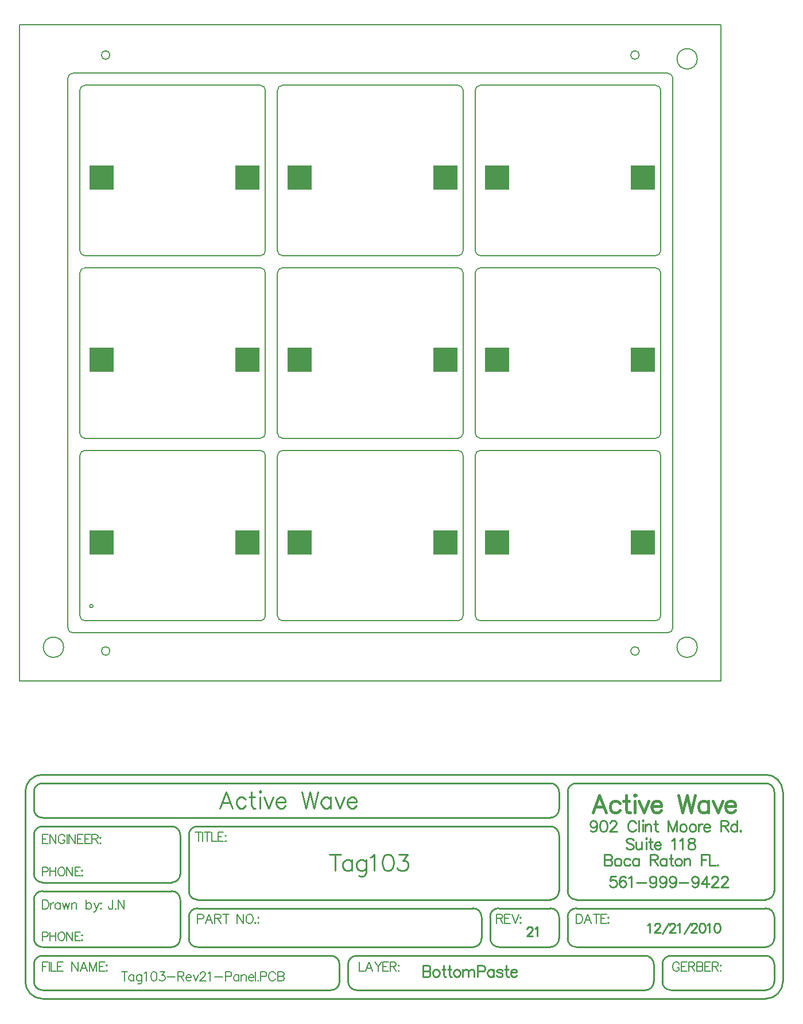
<source format=gbp>
%FSLAX24Y24*%
%MOIN*%
G70*
G01*
G75*
G04 Layer_Color=128*
%ADD10C,0.0500*%
%ADD11C,0.0100*%
%ADD12C,0.0150*%
%ADD13R,0.0300X0.0300*%
%ADD14R,0.0740X0.0450*%
%ADD15R,0.0300X0.0300*%
%ADD16O,0.0240X0.0800*%
%ADD17R,0.0360X0.0500*%
%ADD18R,0.0360X0.0360*%
%ADD19R,0.0236X0.1000*%
%ADD20R,0.0236X0.0900*%
%ADD21R,0.0700X0.0236*%
%ADD22R,0.0900X0.0236*%
%ADD23O,0.0160X0.0600*%
%ADD24R,0.0138X0.0354*%
%ADD25R,0.0138X0.0354*%
%ADD26R,0.0236X0.0236*%
%ADD27O,0.0160X0.0600*%
%ADD28R,0.0200X0.0500*%
%ADD29R,0.0748X0.0433*%
%ADD30C,0.0120*%
%ADD31C,0.0080*%
%ADD32C,0.0250*%
%ADD33C,0.0200*%
%ADD34C,0.0120*%
%ADD35C,0.0160*%
%ADD36C,0.0140*%
%ADD37C,0.0260*%
%ADD38C,0.0060*%
%ADD39C,0.0050*%
%ADD40C,0.0090*%
%ADD41C,0.1180*%
%ADD42C,0.0700*%
%ADD43R,0.0500X0.0500*%
%ADD44R,0.0394X0.0433*%
%ADD45C,0.0650*%
%ADD46C,0.0394*%
%ADD47C,0.0200*%
%ADD48R,0.1398X0.1398*%
%ADD49C,0.0300*%
%ADD50R,0.0650X0.0650*%
%ADD51C,0.0098*%
D11*
X19250Y-20860D02*
Y-21500D01*
Y-20860D02*
X19524D01*
X19616Y-20891D01*
X19646Y-20921D01*
X19677Y-20982D01*
Y-21043D01*
X19646Y-21104D01*
X19616Y-21134D01*
X19524Y-21165D01*
X19250D02*
X19524D01*
X19616Y-21195D01*
X19646Y-21226D01*
X19677Y-21287D01*
Y-21378D01*
X19646Y-21439D01*
X19616Y-21470D01*
X19524Y-21500D01*
X19250D01*
X19972Y-21073D02*
X19911Y-21104D01*
X19850Y-21165D01*
X19820Y-21256D01*
Y-21317D01*
X19850Y-21409D01*
X19911Y-21470D01*
X19972Y-21500D01*
X20064D01*
X20124Y-21470D01*
X20185Y-21409D01*
X20216Y-21317D01*
Y-21256D01*
X20185Y-21165D01*
X20124Y-21104D01*
X20064Y-21073D01*
X19972D01*
X20447Y-20860D02*
Y-21378D01*
X20478Y-21470D01*
X20539Y-21500D01*
X20600D01*
X20356Y-21073D02*
X20569D01*
X20783Y-20860D02*
Y-21378D01*
X20813Y-21470D01*
X20874Y-21500D01*
X20935D01*
X20691Y-21073D02*
X20905D01*
X21179D02*
X21118Y-21104D01*
X21057Y-21165D01*
X21026Y-21256D01*
Y-21317D01*
X21057Y-21409D01*
X21118Y-21470D01*
X21179Y-21500D01*
X21270D01*
X21331Y-21470D01*
X21392Y-21409D01*
X21422Y-21317D01*
Y-21256D01*
X21392Y-21165D01*
X21331Y-21104D01*
X21270Y-21073D01*
X21179D01*
X21563D02*
Y-21500D01*
Y-21195D02*
X21654Y-21104D01*
X21715Y-21073D01*
X21806D01*
X21867Y-21104D01*
X21898Y-21195D01*
Y-21500D01*
Y-21195D02*
X21989Y-21104D01*
X22050Y-21073D01*
X22142D01*
X22203Y-21104D01*
X22233Y-21195D01*
Y-21500D01*
X22434Y-21195D02*
X22708D01*
X22800Y-21165D01*
X22830Y-21134D01*
X22861Y-21073D01*
Y-20982D01*
X22830Y-20921D01*
X22800Y-20891D01*
X22708Y-20860D01*
X22434D01*
Y-21500D01*
X23370Y-21073D02*
Y-21500D01*
Y-21165D02*
X23309Y-21104D01*
X23248Y-21073D01*
X23156D01*
X23095Y-21104D01*
X23034Y-21165D01*
X23004Y-21256D01*
Y-21317D01*
X23034Y-21409D01*
X23095Y-21470D01*
X23156Y-21500D01*
X23248D01*
X23309Y-21470D01*
X23370Y-21409D01*
X23875Y-21165D02*
X23845Y-21104D01*
X23753Y-21073D01*
X23662D01*
X23571Y-21104D01*
X23540Y-21165D01*
X23571Y-21226D01*
X23632Y-21256D01*
X23784Y-21287D01*
X23845Y-21317D01*
X23875Y-21378D01*
Y-21409D01*
X23845Y-21470D01*
X23753Y-21500D01*
X23662D01*
X23571Y-21470D01*
X23540Y-21409D01*
X24101Y-20860D02*
Y-21378D01*
X24131Y-21470D01*
X24192Y-21500D01*
X24253D01*
X24009Y-21073D02*
X24223D01*
X24345Y-21256D02*
X24710D01*
Y-21195D01*
X24680Y-21134D01*
X24649Y-21104D01*
X24588Y-21073D01*
X24497D01*
X24436Y-21104D01*
X24375Y-21165D01*
X24345Y-21256D01*
Y-21317D01*
X24375Y-21409D01*
X24436Y-21470D01*
X24497Y-21500D01*
X24588D01*
X24649Y-21470D01*
X24710Y-21409D01*
X14409Y-20782D02*
G03*
X13909Y-20282I-500J0D01*
G01*
X13921Y-22282D02*
G03*
X14409Y-21785I8J480D01*
G01*
X15409Y-20282D02*
G03*
X14909Y-20782I0J-500D01*
G01*
Y-21782D02*
G03*
X15400Y-22282I500J0D01*
G01*
X32659Y-20782D02*
G03*
X32159Y-20282I-500J0D01*
G01*
X32171Y-22282D02*
G03*
X32659Y-21785I8J480D01*
G01*
X33159Y-21792D02*
G03*
X33658Y-22282I490J0D01*
G01*
X33659Y-20282D02*
G03*
X33159Y-20782I0J-500D01*
G01*
X5159Y-13272D02*
G03*
X4669Y-12782I-490J0D01*
G01*
X4679Y-16032D02*
G03*
X5159Y-15552I0J480D01*
G01*
Y-17022D02*
G03*
X4652Y-16532I-490J0D01*
G01*
X5659Y-16542D02*
G03*
X6149Y-17032I490J0D01*
G01*
X5659Y-19292D02*
G03*
X6149Y-19782I490J0D01*
G01*
X4669D02*
G03*
X5159Y-19292I0J490D01*
G01*
X22659Y-18022D02*
G03*
X22169Y-17532I-490J0D01*
G01*
Y-19782D02*
G03*
X22659Y-19283I0J490D01*
G01*
X23159Y-19272D02*
G03*
X23660Y-19782I510J0D01*
G01*
X23639Y-17532D02*
G03*
X23160Y-18037I0J-480D01*
G01*
X6159Y-17532D02*
G03*
X5659Y-18032I0J-500D01*
G01*
X6159Y-12782D02*
G03*
X5659Y-13282I0J-500D01*
G01*
X-3341Y-19282D02*
G03*
X-2850Y-19782I500J0D01*
G01*
X-2841Y-16532D02*
G03*
X-3341Y-17032I0J-500D01*
G01*
Y-15532D02*
G03*
X-2841Y-16032I500J0D01*
G01*
Y-12782D02*
G03*
X-3341Y-13282I0J-500D01*
G01*
Y-11782D02*
G03*
X-2841Y-12282I500J0D01*
G01*
Y-10282D02*
G03*
X-3341Y-10782I0J-500D01*
G01*
X27159D02*
G03*
X26659Y-10282I-500J0D01*
G01*
X28159D02*
G03*
X27659Y-10782I0J-500D01*
G01*
X26659Y-12282D02*
G03*
X27159Y-11782I0J500D01*
G01*
Y-13282D02*
G03*
X26659Y-12782I-500J0D01*
G01*
X-2841Y-20282D02*
G03*
X-3341Y-20782I0J-500D01*
G01*
X26668Y-17032D02*
G03*
X27159Y-16532I-9J500D01*
G01*
X-3341Y-21782D02*
G03*
X-2850Y-22282I500J0D01*
G01*
X27159Y-18022D02*
G03*
X26669Y-17532I-490J0D01*
G01*
X27659Y-19292D02*
G03*
X28158Y-19782I490J0D01*
G01*
X26659Y-19782D02*
G03*
X27159Y-19282I0J500D01*
G01*
X39159Y-22282D02*
G03*
X39659Y-21782I0J500D01*
G01*
X39659Y-20773D02*
G03*
X39159Y-20282I-500J-9D01*
G01*
Y-19782D02*
G03*
X39659Y-19282I0J500D01*
G01*
Y-10772D02*
G03*
X39152Y-10282I-490J0D01*
G01*
X40159Y-10782D02*
G03*
X39159Y-9782I-1000J0D01*
G01*
Y-22782D02*
G03*
X40159Y-21782I0J1000D01*
G01*
X-3841Y-21772D02*
G03*
X-2848Y-22782I1010J0D01*
G01*
X-2841Y-9782D02*
G03*
X-3841Y-10782I0J-1000D01*
G01*
X27659Y-16532D02*
G03*
X28159Y-17032I500J0D01*
G01*
X39159D02*
G03*
X39659Y-16532I0J500D01*
G01*
X28159Y-17532D02*
G03*
X27659Y-18032I0J-500D01*
G01*
X39659Y-18022D02*
G03*
X39169Y-17532I-490J0D01*
G01*
X15409Y-22282D02*
X32159D01*
X-2841D02*
X13909D01*
X-2841Y-20282D02*
X13909D01*
X15409D02*
X32159D01*
X33659Y-22282D02*
X39159D01*
X33659Y-20282D02*
X39159D01*
X-2841Y-10282D02*
X26659D01*
X-2841Y-22782D02*
X39159D01*
X-2841Y-9782D02*
X39159D01*
X-2841Y-19782D02*
X4659D01*
X-2841Y-16532D02*
X4659D01*
X-2841Y-16032D02*
X4659D01*
X-2841Y-12782D02*
X4659D01*
X-2841Y-12282D02*
X26659D01*
X6159Y-12782D02*
X26659D01*
X6159Y-17532D02*
X22159D01*
X6159Y-19782D02*
X22159D01*
X23659D02*
X26659D01*
X23659Y-17532D02*
X26659D01*
X28159Y-19782D02*
X39159D01*
X28159Y-10282D02*
X39159D01*
X6159Y-17032D02*
X26659D01*
X28159D02*
X39159D01*
X28159Y-17532D02*
X39159D01*
X14409Y-21782D02*
Y-20782D01*
X14909Y-21782D02*
Y-20782D01*
X32659Y-21782D02*
Y-20782D01*
X33159Y-21782D02*
Y-20782D01*
X40159Y-21782D02*
Y-10782D01*
X-3341Y-19282D02*
Y-17032D01*
X5159Y-19282D02*
Y-17032D01*
X-3341Y-15532D02*
Y-13282D01*
X5159Y-15532D02*
Y-13282D01*
X-3341Y-11782D02*
Y-10782D01*
X27159Y-11782D02*
Y-10782D01*
Y-16532D02*
Y-13282D01*
X5659Y-16532D02*
Y-13282D01*
X22659Y-19282D02*
Y-18032D01*
X5659Y-19282D02*
Y-18032D01*
X23159Y-19282D02*
Y-18032D01*
X27159Y-19282D02*
Y-18032D01*
X39659Y-21782D02*
Y-20782D01*
X-3341Y-21782D02*
Y-20782D01*
X-3841Y-21782D02*
Y-10782D01*
X27659Y-16532D02*
Y-10782D01*
X39659Y-16532D02*
Y-10782D01*
X27659Y-19282D02*
Y-18032D01*
X39659Y-19282D02*
Y-18022D01*
X29810Y-14420D02*
Y-15060D01*
Y-14420D02*
X30084D01*
X30176Y-14451D01*
X30206Y-14481D01*
X30237Y-14542D01*
Y-14603D01*
X30206Y-14664D01*
X30176Y-14694D01*
X30084Y-14725D01*
X29810D02*
X30084D01*
X30176Y-14755D01*
X30206Y-14786D01*
X30237Y-14847D01*
Y-14938D01*
X30206Y-14999D01*
X30176Y-15030D01*
X30084Y-15060D01*
X29810D01*
X30532Y-14633D02*
X30471Y-14664D01*
X30410Y-14725D01*
X30380Y-14816D01*
Y-14877D01*
X30410Y-14969D01*
X30471Y-15030D01*
X30532Y-15060D01*
X30624D01*
X30684Y-15030D01*
X30745Y-14969D01*
X30776Y-14877D01*
Y-14816D01*
X30745Y-14725D01*
X30684Y-14664D01*
X30624Y-14633D01*
X30532D01*
X31282Y-14725D02*
X31221Y-14664D01*
X31160Y-14633D01*
X31068D01*
X31007Y-14664D01*
X30947Y-14725D01*
X30916Y-14816D01*
Y-14877D01*
X30947Y-14969D01*
X31007Y-15030D01*
X31068Y-15060D01*
X31160D01*
X31221Y-15030D01*
X31282Y-14969D01*
X31784Y-14633D02*
Y-15060D01*
Y-14725D02*
X31723Y-14664D01*
X31663Y-14633D01*
X31571D01*
X31510Y-14664D01*
X31449Y-14725D01*
X31419Y-14816D01*
Y-14877D01*
X31449Y-14969D01*
X31510Y-15030D01*
X31571Y-15060D01*
X31663D01*
X31723Y-15030D01*
X31784Y-14969D01*
X32458Y-14420D02*
Y-15060D01*
Y-14420D02*
X32732D01*
X32823Y-14451D01*
X32854Y-14481D01*
X32884Y-14542D01*
Y-14603D01*
X32854Y-14664D01*
X32823Y-14694D01*
X32732Y-14725D01*
X32458D01*
X32671D02*
X32884Y-15060D01*
X33393Y-14633D02*
Y-15060D01*
Y-14725D02*
X33332Y-14664D01*
X33271Y-14633D01*
X33180D01*
X33119Y-14664D01*
X33058Y-14725D01*
X33028Y-14816D01*
Y-14877D01*
X33058Y-14969D01*
X33119Y-15030D01*
X33180Y-15060D01*
X33271D01*
X33332Y-15030D01*
X33393Y-14969D01*
X33655Y-14420D02*
Y-14938D01*
X33686Y-15030D01*
X33747Y-15060D01*
X33808D01*
X33564Y-14633D02*
X33777D01*
X34051D02*
X33990Y-14664D01*
X33930Y-14725D01*
X33899Y-14816D01*
Y-14877D01*
X33930Y-14969D01*
X33990Y-15030D01*
X34051Y-15060D01*
X34143D01*
X34204Y-15030D01*
X34265Y-14969D01*
X34295Y-14877D01*
Y-14816D01*
X34265Y-14725D01*
X34204Y-14664D01*
X34143Y-14633D01*
X34051D01*
X34435D02*
Y-15060D01*
Y-14755D02*
X34527Y-14664D01*
X34588Y-14633D01*
X34679D01*
X34740Y-14664D01*
X34770Y-14755D01*
Y-15060D01*
X35441Y-14420D02*
Y-15060D01*
Y-14420D02*
X35837D01*
X35441Y-14725D02*
X35685D01*
X35910Y-14420D02*
Y-15060D01*
X36276D01*
X36376Y-14999D02*
X36346Y-15030D01*
X36376Y-15060D01*
X36407Y-15030D01*
X36376Y-14999D01*
X29346Y-12663D02*
X29316Y-12755D01*
X29255Y-12816D01*
X29163Y-12846D01*
X29133D01*
X29041Y-12816D01*
X28980Y-12755D01*
X28950Y-12663D01*
Y-12633D01*
X28980Y-12542D01*
X29041Y-12481D01*
X29133Y-12450D01*
X29163D01*
X29255Y-12481D01*
X29316Y-12542D01*
X29346Y-12663D01*
Y-12816D01*
X29316Y-12968D01*
X29255Y-13060D01*
X29163Y-13090D01*
X29102D01*
X29011Y-13060D01*
X28980Y-12999D01*
X29703Y-12450D02*
X29611Y-12481D01*
X29550Y-12572D01*
X29520Y-12724D01*
Y-12816D01*
X29550Y-12968D01*
X29611Y-13060D01*
X29703Y-13090D01*
X29764D01*
X29855Y-13060D01*
X29916Y-12968D01*
X29946Y-12816D01*
Y-12724D01*
X29916Y-12572D01*
X29855Y-12481D01*
X29764Y-12450D01*
X29703D01*
X30120Y-12602D02*
Y-12572D01*
X30150Y-12511D01*
X30181Y-12481D01*
X30242Y-12450D01*
X30364D01*
X30425Y-12481D01*
X30455Y-12511D01*
X30486Y-12572D01*
Y-12633D01*
X30455Y-12694D01*
X30394Y-12785D01*
X30090Y-13090D01*
X30516D01*
X31619Y-12602D02*
X31589Y-12542D01*
X31528Y-12481D01*
X31467Y-12450D01*
X31345D01*
X31284Y-12481D01*
X31223Y-12542D01*
X31193Y-12602D01*
X31162Y-12694D01*
Y-12846D01*
X31193Y-12938D01*
X31223Y-12999D01*
X31284Y-13060D01*
X31345Y-13090D01*
X31467D01*
X31528Y-13060D01*
X31589Y-12999D01*
X31619Y-12938D01*
X31799Y-12450D02*
Y-13090D01*
X31994Y-12450D02*
X32024Y-12481D01*
X32055Y-12450D01*
X32024Y-12420D01*
X31994Y-12450D01*
X32024Y-12663D02*
Y-13090D01*
X32168Y-12663D02*
Y-13090D01*
Y-12785D02*
X32259Y-12694D01*
X32320Y-12663D01*
X32411D01*
X32472Y-12694D01*
X32503Y-12785D01*
Y-13090D01*
X32762Y-12450D02*
Y-12968D01*
X32792Y-13060D01*
X32853Y-13090D01*
X32914D01*
X32670Y-12663D02*
X32884D01*
X33508Y-12450D02*
Y-13090D01*
Y-12450D02*
X33752Y-13090D01*
X33996Y-12450D02*
X33752Y-13090D01*
X33996Y-12450D02*
Y-13090D01*
X34331Y-12663D02*
X34270Y-12694D01*
X34209Y-12755D01*
X34179Y-12846D01*
Y-12907D01*
X34209Y-12999D01*
X34270Y-13060D01*
X34331Y-13090D01*
X34422D01*
X34483Y-13060D01*
X34544Y-12999D01*
X34575Y-12907D01*
Y-12846D01*
X34544Y-12755D01*
X34483Y-12694D01*
X34422Y-12663D01*
X34331D01*
X34867D02*
X34806Y-12694D01*
X34745Y-12755D01*
X34715Y-12846D01*
Y-12907D01*
X34745Y-12999D01*
X34806Y-13060D01*
X34867Y-13090D01*
X34959D01*
X35020Y-13060D01*
X35080Y-12999D01*
X35111Y-12907D01*
Y-12846D01*
X35080Y-12755D01*
X35020Y-12694D01*
X34959Y-12663D01*
X34867D01*
X35251D02*
Y-13090D01*
Y-12846D02*
X35282Y-12755D01*
X35343Y-12694D01*
X35403Y-12663D01*
X35495D01*
X35553Y-12846D02*
X35918D01*
Y-12785D01*
X35888Y-12724D01*
X35857Y-12694D01*
X35797Y-12663D01*
X35705D01*
X35644Y-12694D01*
X35583Y-12755D01*
X35553Y-12846D01*
Y-12907D01*
X35583Y-12999D01*
X35644Y-13060D01*
X35705Y-13090D01*
X35797D01*
X35857Y-13060D01*
X35918Y-12999D01*
X36558Y-12450D02*
Y-13090D01*
Y-12450D02*
X36832D01*
X36924Y-12481D01*
X36954Y-12511D01*
X36985Y-12572D01*
Y-12633D01*
X36954Y-12694D01*
X36924Y-12724D01*
X36832Y-12755D01*
X36558D01*
X36772D02*
X36985Y-13090D01*
X37494Y-12450D02*
Y-13090D01*
Y-12755D02*
X37433Y-12694D01*
X37372Y-12663D01*
X37280D01*
X37219Y-12694D01*
X37159Y-12755D01*
X37128Y-12846D01*
Y-12907D01*
X37159Y-12999D01*
X37219Y-13060D01*
X37280Y-13090D01*
X37372D01*
X37433Y-13060D01*
X37494Y-12999D01*
X37695Y-13029D02*
X37664Y-13060D01*
X37695Y-13090D01*
X37725Y-13060D01*
X37695Y-13029D01*
X30466Y-15670D02*
X30161D01*
X30130Y-15944D01*
X30161Y-15914D01*
X30252Y-15883D01*
X30344D01*
X30435Y-15914D01*
X30496Y-15975D01*
X30527Y-16066D01*
Y-16127D01*
X30496Y-16219D01*
X30435Y-16280D01*
X30344Y-16310D01*
X30252D01*
X30161Y-16280D01*
X30130Y-16249D01*
X30100Y-16188D01*
X31035Y-15762D02*
X31005Y-15701D01*
X30914Y-15670D01*
X30853D01*
X30761Y-15701D01*
X30700Y-15792D01*
X30670Y-15944D01*
Y-16097D01*
X30700Y-16219D01*
X30761Y-16280D01*
X30853Y-16310D01*
X30883D01*
X30974Y-16280D01*
X31035Y-16219D01*
X31066Y-16127D01*
Y-16097D01*
X31035Y-16005D01*
X30974Y-15944D01*
X30883Y-15914D01*
X30853D01*
X30761Y-15944D01*
X30700Y-16005D01*
X30670Y-16097D01*
X31206Y-15792D02*
X31267Y-15762D01*
X31358Y-15670D01*
Y-16310D01*
X31675Y-16036D02*
X32224D01*
X32809Y-15883D02*
X32778Y-15975D01*
X32717Y-16036D01*
X32626Y-16066D01*
X32595D01*
X32504Y-16036D01*
X32443Y-15975D01*
X32413Y-15883D01*
Y-15853D01*
X32443Y-15762D01*
X32504Y-15701D01*
X32595Y-15670D01*
X32626D01*
X32717Y-15701D01*
X32778Y-15762D01*
X32809Y-15883D01*
Y-16036D01*
X32778Y-16188D01*
X32717Y-16280D01*
X32626Y-16310D01*
X32565D01*
X32474Y-16280D01*
X32443Y-16219D01*
X33379Y-15883D02*
X33348Y-15975D01*
X33287Y-16036D01*
X33196Y-16066D01*
X33165D01*
X33074Y-16036D01*
X33013Y-15975D01*
X32982Y-15883D01*
Y-15853D01*
X33013Y-15762D01*
X33074Y-15701D01*
X33165Y-15670D01*
X33196D01*
X33287Y-15701D01*
X33348Y-15762D01*
X33379Y-15883D01*
Y-16036D01*
X33348Y-16188D01*
X33287Y-16280D01*
X33196Y-16310D01*
X33135D01*
X33043Y-16280D01*
X33013Y-16219D01*
X33948Y-15883D02*
X33918Y-15975D01*
X33857Y-16036D01*
X33765Y-16066D01*
X33735D01*
X33644Y-16036D01*
X33583Y-15975D01*
X33552Y-15883D01*
Y-15853D01*
X33583Y-15762D01*
X33644Y-15701D01*
X33735Y-15670D01*
X33765D01*
X33857Y-15701D01*
X33918Y-15762D01*
X33948Y-15883D01*
Y-16036D01*
X33918Y-16188D01*
X33857Y-16280D01*
X33765Y-16310D01*
X33705D01*
X33613Y-16280D01*
X33583Y-16219D01*
X34122Y-16036D02*
X34670D01*
X35255Y-15883D02*
X35225Y-15975D01*
X35164Y-16036D01*
X35073Y-16066D01*
X35042D01*
X34951Y-16036D01*
X34890Y-15975D01*
X34859Y-15883D01*
Y-15853D01*
X34890Y-15762D01*
X34951Y-15701D01*
X35042Y-15670D01*
X35073D01*
X35164Y-15701D01*
X35225Y-15762D01*
X35255Y-15883D01*
Y-16036D01*
X35225Y-16188D01*
X35164Y-16280D01*
X35073Y-16310D01*
X35012D01*
X34920Y-16280D01*
X34890Y-16219D01*
X35734Y-15670D02*
X35429Y-16097D01*
X35886D01*
X35734Y-15670D02*
Y-16310D01*
X36029Y-15822D02*
Y-15792D01*
X36060Y-15731D01*
X36090Y-15701D01*
X36151Y-15670D01*
X36273D01*
X36334Y-15701D01*
X36365Y-15731D01*
X36395Y-15792D01*
Y-15853D01*
X36365Y-15914D01*
X36304Y-16005D01*
X35999Y-16310D01*
X36425D01*
X36599Y-15822D02*
Y-15792D01*
X36630Y-15731D01*
X36660Y-15701D01*
X36721Y-15670D01*
X36843D01*
X36904Y-15701D01*
X36934Y-15731D01*
X36965Y-15792D01*
Y-15853D01*
X36934Y-15914D01*
X36873Y-16005D01*
X36569Y-16310D01*
X36995D01*
X31487Y-13572D02*
X31426Y-13511D01*
X31334Y-13480D01*
X31212D01*
X31121Y-13511D01*
X31060Y-13572D01*
Y-13632D01*
X31090Y-13693D01*
X31121Y-13724D01*
X31182Y-13754D01*
X31365Y-13815D01*
X31426Y-13846D01*
X31456Y-13876D01*
X31487Y-13937D01*
Y-14029D01*
X31426Y-14090D01*
X31334Y-14120D01*
X31212D01*
X31121Y-14090D01*
X31060Y-14029D01*
X31630Y-13693D02*
Y-13998D01*
X31660Y-14090D01*
X31721Y-14120D01*
X31813D01*
X31874Y-14090D01*
X31965Y-13998D01*
Y-13693D02*
Y-14120D01*
X32193Y-13480D02*
X32224Y-13511D01*
X32254Y-13480D01*
X32224Y-13450D01*
X32193Y-13480D01*
X32224Y-13693D02*
Y-14120D01*
X32459Y-13480D02*
Y-13998D01*
X32489Y-14090D01*
X32550Y-14120D01*
X32611D01*
X32367Y-13693D02*
X32580D01*
X32702Y-13876D02*
X33068D01*
Y-13815D01*
X33037Y-13754D01*
X33007Y-13724D01*
X32946Y-13693D01*
X32855D01*
X32794Y-13724D01*
X32733Y-13785D01*
X32702Y-13876D01*
Y-13937D01*
X32733Y-14029D01*
X32794Y-14090D01*
X32855Y-14120D01*
X32946D01*
X33007Y-14090D01*
X33068Y-14029D01*
X33708Y-13602D02*
X33769Y-13572D01*
X33860Y-13480D01*
Y-14120D01*
X34177Y-13602D02*
X34238Y-13572D01*
X34329Y-13480D01*
Y-14120D01*
X34799Y-13480D02*
X34707Y-13511D01*
X34677Y-13572D01*
Y-13632D01*
X34707Y-13693D01*
X34768Y-13724D01*
X34890Y-13754D01*
X34981Y-13785D01*
X35042Y-13846D01*
X35073Y-13907D01*
Y-13998D01*
X35042Y-14059D01*
X35012Y-14090D01*
X34920Y-14120D01*
X34799D01*
X34707Y-14090D01*
X34677Y-14059D01*
X34646Y-13998D01*
Y-13907D01*
X34677Y-13846D01*
X34738Y-13785D01*
X34829Y-13754D01*
X34951Y-13724D01*
X35012Y-13693D01*
X35042Y-13632D01*
Y-13572D01*
X35012Y-13511D01*
X34920Y-13480D01*
X34799D01*
D12*
X29892Y-11980D02*
X29511Y-10980D01*
X29130Y-11980D01*
X29273Y-11647D02*
X29749D01*
X30696Y-11456D02*
X30601Y-11361D01*
X30506Y-11313D01*
X30363D01*
X30268Y-11361D01*
X30173Y-11456D01*
X30125Y-11599D01*
Y-11694D01*
X30173Y-11837D01*
X30268Y-11932D01*
X30363Y-11980D01*
X30506D01*
X30601Y-11932D01*
X30696Y-11837D01*
X31053Y-10980D02*
Y-11790D01*
X31101Y-11932D01*
X31196Y-11980D01*
X31291D01*
X30911Y-11313D02*
X31244D01*
X31529Y-10980D02*
X31577Y-11028D01*
X31625Y-10980D01*
X31577Y-10933D01*
X31529Y-10980D01*
X31577Y-11313D02*
Y-11980D01*
X31801Y-11313D02*
X32087Y-11980D01*
X32372Y-11313D02*
X32087Y-11980D01*
X32534Y-11599D02*
X33105D01*
Y-11504D01*
X33058Y-11409D01*
X33010Y-11361D01*
X32915Y-11313D01*
X32772D01*
X32677Y-11361D01*
X32582Y-11456D01*
X32534Y-11599D01*
Y-11694D01*
X32582Y-11837D01*
X32677Y-11932D01*
X32772Y-11980D01*
X32915D01*
X33010Y-11932D01*
X33105Y-11837D01*
X34105Y-10980D02*
X34343Y-11980D01*
X34581Y-10980D02*
X34343Y-11980D01*
X34581Y-10980D02*
X34819Y-11980D01*
X35057Y-10980D02*
X34819Y-11980D01*
X35829Y-11313D02*
Y-11980D01*
Y-11456D02*
X35733Y-11361D01*
X35638Y-11313D01*
X35495D01*
X35400Y-11361D01*
X35305Y-11456D01*
X35257Y-11599D01*
Y-11694D01*
X35305Y-11837D01*
X35400Y-11932D01*
X35495Y-11980D01*
X35638D01*
X35733Y-11932D01*
X35829Y-11837D01*
X36095Y-11313D02*
X36381Y-11980D01*
X36666Y-11313D02*
X36381Y-11980D01*
X36828Y-11599D02*
X37400D01*
Y-11504D01*
X37352Y-11409D01*
X37304Y-11361D01*
X37209Y-11313D01*
X37066D01*
X36971Y-11361D01*
X36876Y-11456D01*
X36828Y-11599D01*
Y-11694D01*
X36876Y-11837D01*
X36971Y-11932D01*
X37066Y-11980D01*
X37209D01*
X37304Y-11932D01*
X37400Y-11837D01*
D31*
X-370Y9030D02*
G03*
X-670Y8730I0J-300D01*
G01*
X10110D02*
G03*
X9810Y9030I-300J0D01*
G01*
Y-860D02*
G03*
X10110Y-560I0J300D01*
G01*
X-670D02*
G03*
X-370Y-860I300J0D01*
G01*
X-670Y-560D02*
Y8730D01*
X-370Y9030D02*
X9810D01*
X10110Y-560D02*
Y8730D01*
X-370Y-860D02*
X9810D01*
X11110Y9030D02*
G03*
X10810Y8730I0J-300D01*
G01*
X21590D02*
G03*
X21290Y9030I-300J0D01*
G01*
Y-860D02*
G03*
X21590Y-560I0J300D01*
G01*
X10810D02*
G03*
X11110Y-860I300J0D01*
G01*
X10810Y-560D02*
Y8730D01*
X11110Y9030D02*
X21290D01*
X21590Y-560D02*
Y8730D01*
X11110Y-860D02*
X21290D01*
X22590Y9030D02*
G03*
X22290Y8730I0J-300D01*
G01*
X33070D02*
G03*
X32770Y9030I-300J0D01*
G01*
Y-860D02*
G03*
X33070Y-560I0J300D01*
G01*
X22290D02*
G03*
X22590Y-860I300J0D01*
G01*
X22290Y-560D02*
Y8730D01*
X22590Y9030D02*
X32770D01*
X33070Y-560D02*
Y8730D01*
X22590Y-860D02*
X32770D01*
X-370Y19620D02*
G03*
X-670Y19320I0J-300D01*
G01*
X10110D02*
G03*
X9810Y19620I-300J0D01*
G01*
Y9730D02*
G03*
X10110Y10030I0J300D01*
G01*
X-670D02*
G03*
X-370Y9730I300J0D01*
G01*
X-670Y10030D02*
Y19320D01*
X-370Y19620D02*
X9810D01*
X10110Y10030D02*
Y19320D01*
X-370Y9730D02*
X9810D01*
X11110Y19620D02*
G03*
X10810Y19320I0J-300D01*
G01*
X21590D02*
G03*
X21290Y19620I-300J0D01*
G01*
Y9730D02*
G03*
X21590Y10030I0J300D01*
G01*
X10810D02*
G03*
X11110Y9730I300J0D01*
G01*
X10810Y10030D02*
Y19320D01*
X11110Y19620D02*
X21290D01*
X21590Y10030D02*
Y19320D01*
X11110Y9730D02*
X21290D01*
X22590Y19620D02*
G03*
X22290Y19320I0J-300D01*
G01*
X33070D02*
G03*
X32770Y19620I-300J0D01*
G01*
Y9730D02*
G03*
X33070Y10030I0J300D01*
G01*
X22290D02*
G03*
X22590Y9730I300J0D01*
G01*
X22290Y10030D02*
Y19320D01*
X22590Y19620D02*
X32770D01*
X33070Y10030D02*
Y19320D01*
X22590Y9730D02*
X32770D01*
X-370Y30210D02*
G03*
X-670Y29910I0J-300D01*
G01*
X10110D02*
G03*
X9810Y30210I-300J0D01*
G01*
Y20320D02*
G03*
X10110Y20620I0J300D01*
G01*
X-670D02*
G03*
X-370Y20320I300J0D01*
G01*
X-670Y20620D02*
Y29910D01*
X-370Y30210D02*
X9810D01*
X10110Y20620D02*
Y29910D01*
X-370Y20320D02*
X9810D01*
X11110Y30210D02*
G03*
X10810Y29910I0J-300D01*
G01*
X21590D02*
G03*
X21290Y30210I-300J0D01*
G01*
Y20320D02*
G03*
X21590Y20620I0J300D01*
G01*
X10810D02*
G03*
X11110Y20320I300J0D01*
G01*
X10810Y20620D02*
Y29910D01*
X11110Y30210D02*
X21290D01*
X21590Y20620D02*
Y29910D01*
X11110Y20320D02*
X21290D01*
X22590Y30210D02*
G03*
X22290Y29910I0J-300D01*
G01*
X33070D02*
G03*
X32770Y30210I-300J0D01*
G01*
Y20320D02*
G03*
X33070Y20620I0J300D01*
G01*
X22290D02*
G03*
X22590Y20320I300J0D01*
G01*
X22290Y20620D02*
Y29910D01*
X22590Y30210D02*
X32770D01*
X33070Y20620D02*
Y29910D01*
X22590Y20320D02*
X32770D01*
X1243Y-17059D02*
Y-17465D01*
X1217Y-17542D01*
X1192Y-17567D01*
X1141Y-17592D01*
X1090D01*
X1040Y-17567D01*
X1014Y-17542D01*
X989Y-17465D01*
Y-17415D01*
X1405Y-17542D02*
X1380Y-17567D01*
X1405Y-17592D01*
X1431Y-17567D01*
X1405Y-17542D01*
X1547Y-17059D02*
Y-17592D01*
Y-17059D02*
X1903Y-17592D01*
Y-17059D02*
Y-17592D01*
D39*
X11110Y9030D02*
G03*
X10810Y8730I0J-300D01*
G01*
X10110D02*
G03*
X9810Y9030I-300J0D01*
G01*
Y9730D02*
G03*
X10110Y10030I0J300D01*
G01*
X10810D02*
G03*
X11110Y9730I300J0D01*
G01*
X21590Y8730D02*
G03*
X21290Y9030I-300J0D01*
G01*
X22590D02*
G03*
X22290Y8730I0J-300D01*
G01*
Y10030D02*
G03*
X22590Y9730I300J0D01*
G01*
X21290D02*
G03*
X21590Y10030I0J300D01*
G01*
X33070Y8730D02*
G03*
X32770Y9030I-300J0D01*
G01*
Y9730D02*
G03*
X33070Y10030I0J300D01*
G01*
X33470Y-1560D02*
G03*
X33770Y-1260I0J300D01*
G01*
X32770Y-860D02*
G03*
X33070Y-560I0J300D01*
G01*
X22290D02*
G03*
X22590Y-860I300J0D01*
G01*
X21290D02*
G03*
X21590Y-560I0J300D01*
G01*
X10810D02*
G03*
X11110Y-860I300J0D01*
G01*
X9810D02*
G03*
X10110Y-560I0J300D01*
G01*
X-1370Y-1260D02*
G03*
X-1070Y-1560I300J0D01*
G01*
X-670Y-560D02*
G03*
X-370Y-860I300J0D01*
G01*
Y9030D02*
G03*
X-670Y8730I0J-300D01*
G01*
Y10030D02*
G03*
X-370Y9730I300J0D01*
G01*
Y19620D02*
G03*
X-670Y19320I0J-300D01*
G01*
Y20620D02*
G03*
X-370Y20320I300J0D01*
G01*
X22590Y30210D02*
G03*
X22290Y29910I0J-300D01*
G01*
X21590D02*
G03*
X21290Y30210I-300J0D01*
G01*
X33070Y29910D02*
G03*
X32770Y30210I-300J0D01*
G01*
X33770Y30610D02*
G03*
X33470Y30910I-300J0D01*
G01*
X33070Y19320D02*
G03*
X32770Y19620I-300J0D01*
G01*
Y20320D02*
G03*
X33070Y20620I0J300D01*
G01*
X22590Y19620D02*
G03*
X22290Y19320I0J-300D01*
G01*
X21590D02*
G03*
X21290Y19620I-300J0D01*
G01*
Y20320D02*
G03*
X21590Y20620I0J300D01*
G01*
X22290D02*
G03*
X22590Y20320I300J0D01*
G01*
X10110Y19320D02*
G03*
X9810Y19620I-300J0D01*
G01*
X11110D02*
G03*
X10810Y19320I0J-300D01*
G01*
Y20620D02*
G03*
X11110Y20320I300J0D01*
G01*
X9810D02*
G03*
X10110Y20620I0J300D01*
G01*
X11110Y30210D02*
G03*
X10810Y29910I0J-300D01*
G01*
X10110D02*
G03*
X9810Y30210I-300J0D01*
G01*
X-370D02*
G03*
X-670Y29910I0J-300D01*
G01*
X-1070Y30910D02*
G03*
X-1370Y30610I0J-300D01*
G01*
X97Y0D02*
G03*
X97Y0I-97J0D01*
G01*
X31820Y-2610D02*
G03*
X31820Y-2610I-250J0D01*
G01*
X1080D02*
G03*
X1080Y-2610I-250J0D01*
G01*
X31820Y31960D02*
G03*
X31820Y31960I-250J0D01*
G01*
X1080D02*
G03*
X1080Y31960I-250J0D01*
G01*
X35190Y31740D02*
G03*
X35190Y31740I-590J0D01*
G01*
Y-2390D02*
G03*
X35190Y-2390I-590J0D01*
G01*
X-1610D02*
G03*
X-1610Y-2390I-590J0D01*
G01*
X-370Y9030D02*
X9810D01*
X-670Y-560D02*
Y8730D01*
X-370Y9730D02*
X9810D01*
X22590Y-860D02*
X32770D01*
X11110D02*
X21290D01*
X10810Y-560D02*
Y8730D01*
X11110Y9030D02*
X21290D01*
X10110Y-560D02*
Y8730D01*
X11110Y9730D02*
X21290D01*
X22590Y9030D02*
X32770D01*
X21590Y-560D02*
Y8730D01*
X22590Y9730D02*
X32770D01*
X22290Y-560D02*
Y8730D01*
X33070Y10030D02*
Y19320D01*
Y20620D02*
Y29910D01*
X22290Y10030D02*
Y19320D01*
X22590Y19620D02*
X32770D01*
X22590Y20320D02*
X32770D01*
X21590Y10030D02*
Y19320D01*
X10110Y10030D02*
Y19320D01*
X11110Y19620D02*
X21290D01*
X10810Y10030D02*
Y19320D01*
X11110Y30210D02*
X21290D01*
X22290Y20620D02*
Y29910D01*
X21590Y20620D02*
Y29910D01*
X10810Y20620D02*
Y29910D01*
X10110Y20620D02*
Y29910D01*
X-370Y19620D02*
X9810D01*
X-670Y10030D02*
Y19320D01*
X-370Y20320D02*
X9810D01*
X11110D02*
X21290D01*
X-370Y30210D02*
X9810D01*
X33770Y-1260D02*
Y30610D01*
X-1370Y-1260D02*
Y30610D01*
X-1070Y-1560D02*
X33470D01*
X-1070Y30910D02*
X33470D01*
X33070Y-560D02*
Y8730D01*
X22590Y30210D02*
X32770D01*
X-370Y-860D02*
X9810D01*
X-670Y20620D02*
Y29910D01*
X-4170Y-4360D02*
Y33710D01*
X36570D01*
Y-4360D02*
Y33710D01*
X-4170Y-4360D02*
X36570D01*
X34140Y-20776D02*
X34115Y-20725D01*
X34064Y-20674D01*
X34013Y-20649D01*
X33912D01*
X33861Y-20674D01*
X33810Y-20725D01*
X33785Y-20776D01*
X33759Y-20852D01*
Y-20979D01*
X33785Y-21055D01*
X33810Y-21106D01*
X33861Y-21156D01*
X33912Y-21182D01*
X34013D01*
X34064Y-21156D01*
X34115Y-21106D01*
X34140Y-21055D01*
Y-20979D01*
X34013D02*
X34140D01*
X34592Y-20649D02*
X34262D01*
Y-21182D01*
X34592D01*
X34262Y-20902D02*
X34465D01*
X34681Y-20649D02*
Y-21182D01*
Y-20649D02*
X34909D01*
X34986Y-20674D01*
X35011Y-20699D01*
X35036Y-20750D01*
Y-20801D01*
X35011Y-20852D01*
X34986Y-20877D01*
X34909Y-20902D01*
X34681D01*
X34859D02*
X35036Y-21182D01*
X35156Y-20649D02*
Y-21182D01*
Y-20649D02*
X35384D01*
X35460Y-20674D01*
X35486Y-20699D01*
X35511Y-20750D01*
Y-20801D01*
X35486Y-20852D01*
X35460Y-20877D01*
X35384Y-20902D01*
X35156D02*
X35384D01*
X35460Y-20928D01*
X35486Y-20953D01*
X35511Y-21004D01*
Y-21080D01*
X35486Y-21131D01*
X35460Y-21156D01*
X35384Y-21182D01*
X35156D01*
X35961Y-20649D02*
X35631D01*
Y-21182D01*
X35961D01*
X35631Y-20902D02*
X35834D01*
X36050Y-20649D02*
Y-21182D01*
Y-20649D02*
X36278D01*
X36354Y-20674D01*
X36380Y-20699D01*
X36405Y-20750D01*
Y-20801D01*
X36380Y-20852D01*
X36354Y-20877D01*
X36278Y-20902D01*
X36050D01*
X36227D02*
X36405Y-21182D01*
X36550Y-20826D02*
X36524Y-20852D01*
X36550Y-20877D01*
X36575Y-20852D01*
X36550Y-20826D01*
Y-21131D02*
X36524Y-21156D01*
X36550Y-21182D01*
X36575Y-21156D01*
X36550Y-21131D01*
X-2841Y-20649D02*
Y-21182D01*
Y-20649D02*
X-2511D01*
X-2841Y-20902D02*
X-2638D01*
X-2450Y-20649D02*
Y-21182D01*
X-2338Y-20649D02*
Y-21182D01*
X-2033D01*
X-1645Y-20649D02*
X-1975D01*
Y-21182D01*
X-1645D01*
X-1975Y-20902D02*
X-1772D01*
X-1137Y-20649D02*
Y-21182D01*
Y-20649D02*
X-782Y-21182D01*
Y-20649D02*
Y-21182D01*
X-228D02*
X-431Y-20649D01*
X-634Y-21182D01*
X-558Y-21004D02*
X-304D01*
X-104Y-20649D02*
Y-21182D01*
Y-20649D02*
X100Y-21182D01*
X303Y-20649D02*
X100Y-21182D01*
X303Y-20649D02*
Y-21182D01*
X785Y-20649D02*
X455D01*
Y-21182D01*
X785D01*
X455Y-20902D02*
X658D01*
X899Y-20826D02*
X874Y-20852D01*
X899Y-20877D01*
X925Y-20852D01*
X899Y-20826D01*
Y-21131D02*
X874Y-21156D01*
X899Y-21182D01*
X925Y-21156D01*
X899Y-21131D01*
X-2841Y-17049D02*
Y-17582D01*
Y-17049D02*
X-2663D01*
X-2587Y-17074D01*
X-2536Y-17125D01*
X-2511Y-17176D01*
X-2485Y-17252D01*
Y-17379D01*
X-2511Y-17455D01*
X-2536Y-17506D01*
X-2587Y-17556D01*
X-2663Y-17582D01*
X-2841D01*
X-2366Y-17226D02*
Y-17582D01*
Y-17379D02*
X-2341Y-17302D01*
X-2290Y-17252D01*
X-2239Y-17226D01*
X-2163D01*
X-1810D02*
Y-17582D01*
Y-17302D02*
X-1861Y-17252D01*
X-1911Y-17226D01*
X-1988D01*
X-2038Y-17252D01*
X-2089Y-17302D01*
X-2115Y-17379D01*
Y-17429D01*
X-2089Y-17506D01*
X-2038Y-17556D01*
X-1988Y-17582D01*
X-1911D01*
X-1861Y-17556D01*
X-1810Y-17506D01*
X-1668Y-17226D02*
X-1566Y-17582D01*
X-1465Y-17226D02*
X-1566Y-17582D01*
X-1465Y-17226D02*
X-1363Y-17582D01*
X-1261Y-17226D02*
X-1363Y-17582D01*
X-1137Y-17226D02*
Y-17582D01*
Y-17328D02*
X-1061Y-17252D01*
X-1010Y-17226D01*
X-934D01*
X-883Y-17252D01*
X-858Y-17328D01*
Y-17582D01*
X-299Y-17049D02*
Y-17582D01*
Y-17302D02*
X-248Y-17252D01*
X-198Y-17226D01*
X-121D01*
X-71Y-17252D01*
X-20Y-17302D01*
X6Y-17379D01*
Y-17429D01*
X-20Y-17506D01*
X-71Y-17556D01*
X-121Y-17582D01*
X-198D01*
X-248Y-17556D01*
X-299Y-17506D01*
X145Y-17226D02*
X298Y-17582D01*
X450Y-17226D02*
X298Y-17582D01*
X247Y-17683D01*
X196Y-17734D01*
X145Y-17760D01*
X120D01*
X564Y-17226D02*
X539Y-17252D01*
X564Y-17277D01*
X590Y-17252D01*
X564Y-17226D01*
Y-17531D02*
X539Y-17556D01*
X564Y-17582D01*
X590Y-17556D01*
X564Y-17531D01*
X6212Y-13124D02*
Y-13657D01*
X6034Y-13124D02*
X6390D01*
X6453D02*
Y-13657D01*
X6743Y-13124D02*
Y-13657D01*
X6565Y-13124D02*
X6920D01*
X6984D02*
Y-13657D01*
X7289D01*
X7677Y-13124D02*
X7347D01*
Y-13657D01*
X7677D01*
X7347Y-13377D02*
X7550D01*
X7791Y-13301D02*
X7766Y-13327D01*
X7791Y-13352D01*
X7817Y-13327D01*
X7791Y-13301D01*
Y-13606D02*
X7766Y-13631D01*
X7791Y-13657D01*
X7817Y-13631D01*
X7791Y-13606D01*
X6159Y-18153D02*
X6388D01*
X6464Y-18127D01*
X6489Y-18102D01*
X6515Y-18051D01*
Y-17975D01*
X6489Y-17924D01*
X6464Y-17899D01*
X6388Y-17874D01*
X6159D01*
Y-18407D01*
X7040D02*
X6837Y-17874D01*
X6634Y-18407D01*
X6710Y-18229D02*
X6964D01*
X7165Y-17874D02*
Y-18407D01*
Y-17874D02*
X7393D01*
X7469Y-17899D01*
X7495Y-17924D01*
X7520Y-17975D01*
Y-18026D01*
X7495Y-18077D01*
X7469Y-18102D01*
X7393Y-18127D01*
X7165D01*
X7342D02*
X7520Y-18407D01*
X7817Y-17874D02*
Y-18407D01*
X7640Y-17874D02*
X7995D01*
X8477D02*
Y-18407D01*
Y-17874D02*
X8833Y-18407D01*
Y-17874D02*
Y-18407D01*
X9133Y-17874D02*
X9082Y-17899D01*
X9031Y-17950D01*
X9006Y-18001D01*
X8980Y-18077D01*
Y-18204D01*
X9006Y-18280D01*
X9031Y-18331D01*
X9082Y-18381D01*
X9133Y-18407D01*
X9234D01*
X9285Y-18381D01*
X9336Y-18331D01*
X9361Y-18280D01*
X9386Y-18204D01*
Y-18077D01*
X9361Y-18001D01*
X9336Y-17950D01*
X9285Y-17899D01*
X9234Y-17874D01*
X9133D01*
X9536Y-18356D02*
X9511Y-18381D01*
X9536Y-18407D01*
X9562Y-18381D01*
X9536Y-18356D01*
X9704Y-18051D02*
X9678Y-18077D01*
X9704Y-18102D01*
X9729Y-18077D01*
X9704Y-18051D01*
Y-18356D02*
X9678Y-18381D01*
X9704Y-18407D01*
X9729Y-18381D01*
X9704Y-18356D01*
X-2511Y-13249D02*
X-2841D01*
Y-13782D01*
X-2511D01*
X-2841Y-13502D02*
X-2638D01*
X-2422Y-13249D02*
Y-13782D01*
Y-13249D02*
X-2066Y-13782D01*
Y-13249D02*
Y-13782D01*
X-1538Y-13376D02*
X-1564Y-13325D01*
X-1614Y-13274D01*
X-1665Y-13249D01*
X-1767D01*
X-1818Y-13274D01*
X-1868Y-13325D01*
X-1894Y-13376D01*
X-1919Y-13452D01*
Y-13579D01*
X-1894Y-13655D01*
X-1868Y-13706D01*
X-1818Y-13756D01*
X-1767Y-13782D01*
X-1665D01*
X-1614Y-13756D01*
X-1564Y-13706D01*
X-1538Y-13655D01*
Y-13579D01*
X-1665D02*
X-1538D01*
X-1416Y-13249D02*
Y-13782D01*
X-1305Y-13249D02*
Y-13782D01*
Y-13249D02*
X-949Y-13782D01*
Y-13249D02*
Y-13782D01*
X-472Y-13249D02*
X-802D01*
Y-13782D01*
X-472D01*
X-802Y-13502D02*
X-599D01*
X-53Y-13249D02*
X-383D01*
Y-13782D01*
X-53D01*
X-383Y-13502D02*
X-180D01*
X36Y-13249D02*
Y-13782D01*
Y-13249D02*
X265D01*
X341Y-13274D01*
X366Y-13299D01*
X392Y-13350D01*
Y-13401D01*
X366Y-13452D01*
X341Y-13477D01*
X265Y-13502D01*
X36D01*
X214D02*
X392Y-13782D01*
X536Y-13426D02*
X511Y-13452D01*
X536Y-13477D01*
X562Y-13452D01*
X536Y-13426D01*
Y-13731D02*
X511Y-13756D01*
X536Y-13782D01*
X562Y-13756D01*
X536Y-13731D01*
X15559Y-20649D02*
Y-21182D01*
X15864D01*
X16329D02*
X16125Y-20649D01*
X15922Y-21182D01*
X15998Y-21004D02*
X16252D01*
X16453Y-20649D02*
X16656Y-20902D01*
Y-21182D01*
X16859Y-20649D02*
X16656Y-20902D01*
X17258Y-20649D02*
X16928D01*
Y-21182D01*
X17258D01*
X16928Y-20902D02*
X17131D01*
X17347Y-20649D02*
Y-21182D01*
Y-20649D02*
X17575D01*
X17651Y-20674D01*
X17677Y-20699D01*
X17702Y-20750D01*
Y-20801D01*
X17677Y-20852D01*
X17651Y-20877D01*
X17575Y-20902D01*
X17347D01*
X17524D02*
X17702Y-21182D01*
X17847Y-20826D02*
X17822Y-20852D01*
X17847Y-20877D01*
X17872Y-20852D01*
X17847Y-20826D01*
Y-21131D02*
X17822Y-21156D01*
X17847Y-21182D01*
X17872Y-21156D01*
X17847Y-21131D01*
X-2841Y-19169D02*
X-2627D01*
X-2555Y-19145D01*
X-2531Y-19121D01*
X-2508Y-19074D01*
Y-19002D01*
X-2531Y-18954D01*
X-2555Y-18931D01*
X-2627Y-18907D01*
X-2841D01*
Y-19407D01*
X-2396Y-18907D02*
Y-19407D01*
X-2062Y-18907D02*
Y-19407D01*
X-2396Y-19145D02*
X-2062D01*
X-1781Y-18907D02*
X-1829Y-18931D01*
X-1877Y-18978D01*
X-1901Y-19026D01*
X-1924Y-19097D01*
Y-19216D01*
X-1901Y-19288D01*
X-1877Y-19335D01*
X-1829Y-19383D01*
X-1781Y-19407D01*
X-1686D01*
X-1639Y-19383D01*
X-1591Y-19335D01*
X-1567Y-19288D01*
X-1543Y-19216D01*
Y-19097D01*
X-1567Y-19026D01*
X-1591Y-18978D01*
X-1639Y-18931D01*
X-1686Y-18907D01*
X-1781D01*
X-1427D02*
Y-19407D01*
Y-18907D02*
X-1094Y-19407D01*
Y-18907D02*
Y-19407D01*
X-646Y-18907D02*
X-955D01*
Y-19407D01*
X-646D01*
X-955Y-19145D02*
X-765D01*
X-539Y-19074D02*
X-563Y-19097D01*
X-539Y-19121D01*
X-515Y-19097D01*
X-539Y-19074D01*
Y-19359D02*
X-563Y-19383D01*
X-539Y-19407D01*
X-515Y-19383D01*
X-539Y-19359D01*
X-2841Y-15419D02*
X-2627D01*
X-2555Y-15395D01*
X-2531Y-15371D01*
X-2508Y-15324D01*
Y-15252D01*
X-2531Y-15204D01*
X-2555Y-15181D01*
X-2627Y-15157D01*
X-2841D01*
Y-15657D01*
X-2396Y-15157D02*
Y-15657D01*
X-2062Y-15157D02*
Y-15657D01*
X-2396Y-15395D02*
X-2062D01*
X-1781Y-15157D02*
X-1829Y-15181D01*
X-1877Y-15228D01*
X-1901Y-15276D01*
X-1924Y-15347D01*
Y-15466D01*
X-1901Y-15538D01*
X-1877Y-15585D01*
X-1829Y-15633D01*
X-1781Y-15657D01*
X-1686D01*
X-1639Y-15633D01*
X-1591Y-15585D01*
X-1567Y-15538D01*
X-1543Y-15466D01*
Y-15347D01*
X-1567Y-15276D01*
X-1591Y-15228D01*
X-1639Y-15181D01*
X-1686Y-15157D01*
X-1781D01*
X-1427D02*
Y-15657D01*
Y-15157D02*
X-1094Y-15657D01*
Y-15157D02*
Y-15657D01*
X-646Y-15157D02*
X-955D01*
Y-15657D01*
X-646D01*
X-955Y-15395D02*
X-765D01*
X-539Y-15324D02*
X-563Y-15347D01*
X-539Y-15371D01*
X-515Y-15347D01*
X-539Y-15324D01*
Y-15609D02*
X-563Y-15633D01*
X-539Y-15657D01*
X-515Y-15633D01*
X-539Y-15609D01*
X23534Y-17874D02*
Y-18407D01*
Y-17874D02*
X23763D01*
X23839Y-17899D01*
X23864Y-17924D01*
X23890Y-17975D01*
Y-18026D01*
X23864Y-18077D01*
X23839Y-18102D01*
X23763Y-18127D01*
X23534D01*
X23712D02*
X23890Y-18407D01*
X24339Y-17874D02*
X24009D01*
Y-18407D01*
X24339D01*
X24009Y-18127D02*
X24212D01*
X24428Y-17874D02*
X24631Y-18407D01*
X24834Y-17874D02*
X24631Y-18407D01*
X24928Y-18051D02*
X24903Y-18077D01*
X24928Y-18102D01*
X24954Y-18077D01*
X24928Y-18051D01*
Y-18356D02*
X24903Y-18381D01*
X24928Y-18407D01*
X24954Y-18381D01*
X24928Y-18356D01*
X28159Y-17874D02*
Y-18407D01*
Y-17874D02*
X28337D01*
X28413Y-17899D01*
X28464Y-17950D01*
X28489Y-18001D01*
X28515Y-18077D01*
Y-18204D01*
X28489Y-18280D01*
X28464Y-18331D01*
X28413Y-18381D01*
X28337Y-18407D01*
X28159D01*
X29040D02*
X28837Y-17874D01*
X28634Y-18407D01*
X28710Y-18229D02*
X28964D01*
X29342Y-17874D02*
Y-18407D01*
X29165Y-17874D02*
X29520D01*
X29914D02*
X29584D01*
Y-18407D01*
X29914D01*
X29584Y-18127D02*
X29787D01*
X30028Y-18051D02*
X30003Y-18077D01*
X30028Y-18102D01*
X30053Y-18077D01*
X30028Y-18051D01*
Y-18356D02*
X30003Y-18381D01*
X30028Y-18407D01*
X30053Y-18381D01*
X30028Y-18356D01*
X1928Y-21217D02*
Y-21750D01*
X1750Y-21217D02*
X2105D01*
X2474Y-21395D02*
Y-21750D01*
Y-21471D02*
X2423Y-21420D01*
X2372Y-21395D01*
X2296D01*
X2245Y-21420D01*
X2194Y-21471D01*
X2169Y-21547D01*
Y-21598D01*
X2194Y-21674D01*
X2245Y-21725D01*
X2296Y-21750D01*
X2372D01*
X2423Y-21725D01*
X2474Y-21674D01*
X2921Y-21395D02*
Y-21801D01*
X2895Y-21877D01*
X2870Y-21902D01*
X2819Y-21928D01*
X2743D01*
X2692Y-21902D01*
X2921Y-21471D02*
X2870Y-21420D01*
X2819Y-21395D01*
X2743D01*
X2692Y-21420D01*
X2641Y-21471D01*
X2616Y-21547D01*
Y-21598D01*
X2641Y-21674D01*
X2692Y-21725D01*
X2743Y-21750D01*
X2819D01*
X2870Y-21725D01*
X2921Y-21674D01*
X3063Y-21318D02*
X3114Y-21293D01*
X3190Y-21217D01*
Y-21750D01*
X3606Y-21217D02*
X3530Y-21242D01*
X3479Y-21318D01*
X3454Y-21445D01*
Y-21521D01*
X3479Y-21648D01*
X3530Y-21725D01*
X3606Y-21750D01*
X3657D01*
X3733Y-21725D01*
X3784Y-21648D01*
X3809Y-21521D01*
Y-21445D01*
X3784Y-21318D01*
X3733Y-21242D01*
X3657Y-21217D01*
X3606D01*
X3979D02*
X4259D01*
X4106Y-21420D01*
X4183D01*
X4233Y-21445D01*
X4259Y-21471D01*
X4284Y-21547D01*
Y-21598D01*
X4259Y-21674D01*
X4208Y-21725D01*
X4132Y-21750D01*
X4056D01*
X3979Y-21725D01*
X3954Y-21699D01*
X3929Y-21648D01*
X4403Y-21521D02*
X4860D01*
X5018Y-21217D02*
Y-21750D01*
Y-21217D02*
X5246D01*
X5323Y-21242D01*
X5348Y-21268D01*
X5373Y-21318D01*
Y-21369D01*
X5348Y-21420D01*
X5323Y-21445D01*
X5246Y-21471D01*
X5018D01*
X5196D02*
X5373Y-21750D01*
X5493Y-21547D02*
X5797D01*
Y-21496D01*
X5772Y-21445D01*
X5747Y-21420D01*
X5696Y-21395D01*
X5620D01*
X5569Y-21420D01*
X5518Y-21471D01*
X5493Y-21547D01*
Y-21598D01*
X5518Y-21674D01*
X5569Y-21725D01*
X5620Y-21750D01*
X5696D01*
X5747Y-21725D01*
X5797Y-21674D01*
X5912Y-21395D02*
X6064Y-21750D01*
X6216Y-21395D02*
X6064Y-21750D01*
X6328Y-21344D02*
Y-21318D01*
X6353Y-21268D01*
X6379Y-21242D01*
X6430Y-21217D01*
X6531D01*
X6582Y-21242D01*
X6607Y-21268D01*
X6633Y-21318D01*
Y-21369D01*
X6607Y-21420D01*
X6557Y-21496D01*
X6303Y-21750D01*
X6658D01*
X6778Y-21318D02*
X6828Y-21293D01*
X6904Y-21217D01*
Y-21750D01*
X7169Y-21521D02*
X7626D01*
X7783Y-21496D02*
X8012D01*
X8088Y-21471D01*
X8113Y-21445D01*
X8138Y-21395D01*
Y-21318D01*
X8113Y-21268D01*
X8088Y-21242D01*
X8012Y-21217D01*
X7783D01*
Y-21750D01*
X8563Y-21395D02*
Y-21750D01*
Y-21471D02*
X8512Y-21420D01*
X8461Y-21395D01*
X8385D01*
X8334Y-21420D01*
X8283Y-21471D01*
X8258Y-21547D01*
Y-21598D01*
X8283Y-21674D01*
X8334Y-21725D01*
X8385Y-21750D01*
X8461D01*
X8512Y-21725D01*
X8563Y-21674D01*
X8705Y-21395D02*
Y-21750D01*
Y-21496D02*
X8781Y-21420D01*
X8832Y-21395D01*
X8908D01*
X8959Y-21420D01*
X8984Y-21496D01*
Y-21750D01*
X9124Y-21547D02*
X9428D01*
Y-21496D01*
X9403Y-21445D01*
X9378Y-21420D01*
X9327Y-21395D01*
X9251D01*
X9200Y-21420D01*
X9149Y-21471D01*
X9124Y-21547D01*
Y-21598D01*
X9149Y-21674D01*
X9200Y-21725D01*
X9251Y-21750D01*
X9327D01*
X9378Y-21725D01*
X9428Y-21674D01*
X9543Y-21217D02*
Y-21750D01*
X9680Y-21699D02*
X9654Y-21725D01*
X9680Y-21750D01*
X9705Y-21725D01*
X9680Y-21699D01*
X9822Y-21496D02*
X10050D01*
X10127Y-21471D01*
X10152Y-21445D01*
X10177Y-21395D01*
Y-21318D01*
X10152Y-21268D01*
X10127Y-21242D01*
X10050Y-21217D01*
X9822D01*
Y-21750D01*
X10678Y-21344D02*
X10652Y-21293D01*
X10601Y-21242D01*
X10551Y-21217D01*
X10449D01*
X10398Y-21242D01*
X10348Y-21293D01*
X10322Y-21344D01*
X10297Y-21420D01*
Y-21547D01*
X10322Y-21623D01*
X10348Y-21674D01*
X10398Y-21725D01*
X10449Y-21750D01*
X10551D01*
X10601Y-21725D01*
X10652Y-21674D01*
X10678Y-21623D01*
X10827Y-21217D02*
Y-21750D01*
Y-21217D02*
X11056D01*
X11132Y-21242D01*
X11158Y-21268D01*
X11183Y-21318D01*
Y-21369D01*
X11158Y-21420D01*
X11132Y-21445D01*
X11056Y-21471D01*
X10827D02*
X11056D01*
X11132Y-21496D01*
X11158Y-21521D01*
X11183Y-21572D01*
Y-21648D01*
X11158Y-21699D01*
X11132Y-21725D01*
X11056Y-21750D01*
X10827D01*
D40*
X14160Y-14400D02*
Y-15360D01*
X13840Y-14400D02*
X14480D01*
X15143Y-14720D02*
Y-15360D01*
Y-14857D02*
X15051Y-14766D01*
X14960Y-14720D01*
X14823D01*
X14731Y-14766D01*
X14640Y-14857D01*
X14594Y-14994D01*
Y-15086D01*
X14640Y-15223D01*
X14731Y-15314D01*
X14823Y-15360D01*
X14960D01*
X15051Y-15314D01*
X15143Y-15223D01*
X15947Y-14720D02*
Y-15451D01*
X15901Y-15589D01*
X15856Y-15634D01*
X15764Y-15680D01*
X15627D01*
X15536Y-15634D01*
X15947Y-14857D02*
X15856Y-14766D01*
X15764Y-14720D01*
X15627D01*
X15536Y-14766D01*
X15444Y-14857D01*
X15399Y-14994D01*
Y-15086D01*
X15444Y-15223D01*
X15536Y-15314D01*
X15627Y-15360D01*
X15764D01*
X15856Y-15314D01*
X15947Y-15223D01*
X16203Y-14583D02*
X16294Y-14537D01*
X16431Y-14400D01*
Y-15360D01*
X17181Y-14400D02*
X17044Y-14446D01*
X16952Y-14583D01*
X16907Y-14812D01*
Y-14949D01*
X16952Y-15177D01*
X17044Y-15314D01*
X17181Y-15360D01*
X17272D01*
X17410Y-15314D01*
X17501Y-15177D01*
X17547Y-14949D01*
Y-14812D01*
X17501Y-14583D01*
X17410Y-14446D01*
X17272Y-14400D01*
X17181D01*
X17853D02*
X18356D01*
X18081Y-14766D01*
X18218D01*
X18310Y-14812D01*
X18356Y-14857D01*
X18401Y-14994D01*
Y-15086D01*
X18356Y-15223D01*
X18264Y-15314D01*
X18127Y-15360D01*
X17990D01*
X17853Y-15314D01*
X17807Y-15269D01*
X17761Y-15177D01*
X8190Y-11732D02*
X7825Y-10772D01*
X7459Y-11732D01*
X7596Y-11412D02*
X8053D01*
X8963Y-11229D02*
X8871Y-11138D01*
X8780Y-11092D01*
X8643D01*
X8552Y-11138D01*
X8460Y-11229D01*
X8414Y-11366D01*
Y-11458D01*
X8460Y-11595D01*
X8552Y-11686D01*
X8643Y-11732D01*
X8780D01*
X8871Y-11686D01*
X8963Y-11595D01*
X9306Y-10772D02*
Y-11549D01*
X9351Y-11686D01*
X9443Y-11732D01*
X9534D01*
X9169Y-11092D02*
X9488D01*
X9763Y-10772D02*
X9808Y-10818D01*
X9854Y-10772D01*
X9808Y-10726D01*
X9763Y-10772D01*
X9808Y-11092D02*
Y-11732D01*
X10023Y-11092D02*
X10297Y-11732D01*
X10572Y-11092D02*
X10297Y-11732D01*
X10727Y-11366D02*
X11276D01*
Y-11275D01*
X11230Y-11183D01*
X11184Y-11138D01*
X11093Y-11092D01*
X10956D01*
X10864Y-11138D01*
X10773Y-11229D01*
X10727Y-11366D01*
Y-11458D01*
X10773Y-11595D01*
X10864Y-11686D01*
X10956Y-11732D01*
X11093D01*
X11184Y-11686D01*
X11276Y-11595D01*
X12235Y-10772D02*
X12464Y-11732D01*
X12692Y-10772D02*
X12464Y-11732D01*
X12692Y-10772D02*
X12921Y-11732D01*
X13149Y-10772D02*
X12921Y-11732D01*
X13890Y-11092D02*
Y-11732D01*
Y-11229D02*
X13798Y-11138D01*
X13707Y-11092D01*
X13570D01*
X13478Y-11138D01*
X13387Y-11229D01*
X13341Y-11366D01*
Y-11458D01*
X13387Y-11595D01*
X13478Y-11686D01*
X13570Y-11732D01*
X13707D01*
X13798Y-11686D01*
X13890Y-11595D01*
X14146Y-11092D02*
X14420Y-11732D01*
X14694Y-11092D02*
X14420Y-11732D01*
X14850Y-11366D02*
X15398D01*
Y-11275D01*
X15352Y-11183D01*
X15307Y-11138D01*
X15215Y-11092D01*
X15078D01*
X14987Y-11138D01*
X14895Y-11229D01*
X14850Y-11366D01*
Y-11458D01*
X14895Y-11595D01*
X14987Y-11686D01*
X15078Y-11732D01*
X15215D01*
X15307Y-11686D01*
X15398Y-11595D01*
X25310Y-18750D02*
Y-18725D01*
X25335Y-18674D01*
X25360Y-18649D01*
X25411Y-18624D01*
X25513D01*
X25563Y-18649D01*
X25589Y-18674D01*
X25614Y-18725D01*
Y-18776D01*
X25589Y-18827D01*
X25538Y-18903D01*
X25284Y-19157D01*
X25640D01*
X25759Y-18725D02*
X25810Y-18700D01*
X25886Y-18624D01*
Y-19157D01*
X32307Y-18505D02*
X32358Y-18479D01*
X32434Y-18403D01*
Y-18936D01*
X32723Y-18530D02*
Y-18505D01*
X32749Y-18454D01*
X32774Y-18429D01*
X32825Y-18403D01*
X32926D01*
X32977Y-18429D01*
X33003Y-18454D01*
X33028Y-18505D01*
Y-18555D01*
X33003Y-18606D01*
X32952Y-18682D01*
X32698Y-18936D01*
X33053D01*
X33173Y-19013D02*
X33528Y-18403D01*
X33589Y-18530D02*
Y-18505D01*
X33615Y-18454D01*
X33640Y-18429D01*
X33691Y-18403D01*
X33792D01*
X33843Y-18429D01*
X33869Y-18454D01*
X33894Y-18505D01*
Y-18555D01*
X33869Y-18606D01*
X33818Y-18682D01*
X33564Y-18936D01*
X33919D01*
X34039Y-18505D02*
X34089Y-18479D01*
X34166Y-18403D01*
Y-18936D01*
X34430Y-19013D02*
X34785Y-18403D01*
X34846Y-18530D02*
Y-18505D01*
X34871Y-18454D01*
X34897Y-18429D01*
X34948Y-18403D01*
X35049D01*
X35100Y-18429D01*
X35125Y-18454D01*
X35151Y-18505D01*
Y-18555D01*
X35125Y-18606D01*
X35075Y-18682D01*
X34821Y-18936D01*
X35176D01*
X35448Y-18403D02*
X35372Y-18429D01*
X35321Y-18505D01*
X35296Y-18632D01*
Y-18708D01*
X35321Y-18835D01*
X35372Y-18911D01*
X35448Y-18936D01*
X35499D01*
X35575Y-18911D01*
X35626Y-18835D01*
X35651Y-18708D01*
Y-18632D01*
X35626Y-18505D01*
X35575Y-18429D01*
X35499Y-18403D01*
X35448D01*
X35770Y-18505D02*
X35821Y-18479D01*
X35897Y-18403D01*
Y-18936D01*
X36314Y-18403D02*
X36238Y-18429D01*
X36187Y-18505D01*
X36161Y-18632D01*
Y-18708D01*
X36187Y-18835D01*
X36238Y-18911D01*
X36314Y-18936D01*
X36365D01*
X36441Y-18911D01*
X36491Y-18835D01*
X36517Y-18708D01*
Y-18632D01*
X36491Y-18505D01*
X36441Y-18429D01*
X36365Y-18403D01*
X36314D01*
D48*
X609Y3690D02*
D03*
X9074D02*
D03*
X12089D02*
D03*
X20554D02*
D03*
X23569D02*
D03*
X32034D02*
D03*
X609Y14280D02*
D03*
X9074D02*
D03*
X12089D02*
D03*
X20554D02*
D03*
X23569D02*
D03*
X32034D02*
D03*
X609Y24870D02*
D03*
X9074D02*
D03*
X12089D02*
D03*
X20554D02*
D03*
X23569D02*
D03*
X32034D02*
D03*
M02*

</source>
